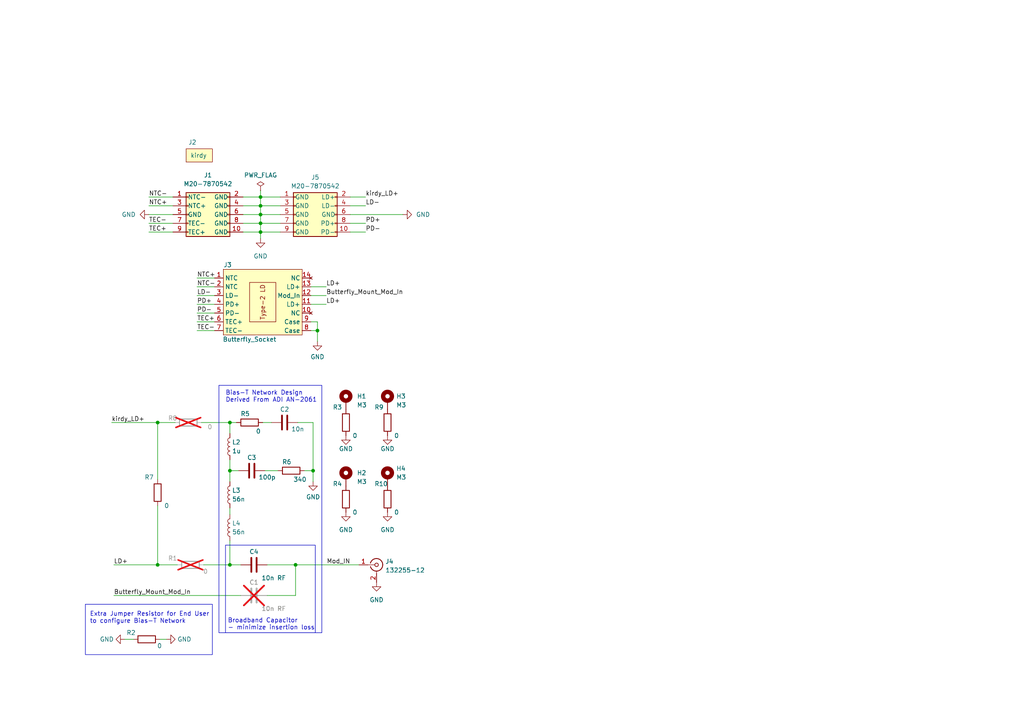
<source format=kicad_sch>
(kicad_sch (version 20230121) (generator eeschema)
  (paper "A4")
  (title_block (title "kirdy_adapter_type_2_LD") (date "2023-11-14") (rev "rev0_1") (company "M-Labs Limited"))
  (lib_symbols
    (symbol "Connector:Conn_Coaxial" (pin_names (offset 1.016) hide)
      (property "Reference" "J" (at 0.254 3.048 0))
      (property "Value" "Conn_Coaxial" (at 2.921 0 90))
      (symbol "Conn_Coaxial_0_1"
        (arc (start -1.778 -0.508) (mid 0.2311 -1.8066) (end 1.778 0) (stroke (width 0.254)))
        (polyline (pts (xy -2.54 0) (xy -0.508 0)))
        (polyline (pts (xy 0 -2.54) (xy 0 -1.778)))
        (circle (center 0 0) (radius 0.508) (stroke (width 0.2032)))
        (arc (start 1.778 0) (mid 0.2099 1.8101) (end -1.778 0.508) (stroke (width 0.254)))
      )
      (symbol "Conn_Coaxial_1_1"
        (pin passive line (at -5.08 0 0) (length 2.54) (name "In") (number "1"))
        (pin passive line (at 0 -5.08 90) (length 2.54) (name "Ext") (number "2"))
      )
    )
    (symbol "Device:C" (pin_numbers hide) (pin_names (offset 0.254))
      (property "Reference" "C" (at 0.635 2.54 0))
      (property "Value" "C" (at 0.635 -2.54 0))
      (symbol "C_0_1"
        (polyline (pts (xy -2.032 -0.762) (xy 2.032 -0.762)) (stroke (width 0.508)))
        (polyline (pts (xy -2.032 0.762) (xy 2.032 0.762)) (stroke (width 0.508)))
      )
      (symbol "C_1_1"
        (pin passive line (at 0 3.81 270) (length 2.794) (name "~") (number "1"))
        (pin passive line (at 0 -3.81 90) (length 2.794) (name "~") (number "2"))
      )
    )
    (symbol "Device:L" (pin_numbers hide) (pin_names (offset 1.016) hide)
      (property "Reference" "L" (at -1.27 0 90))
      (property "Value" "L" (at 1.905 0 90))
      (symbol "L_0_1"
        (arc (start 0 -2.54) (mid 0.6323 -1.905) (end 0 -1.27))
        (arc (start 0 -1.27) (mid 0.6323 -0.635) (end 0 0))
        (arc (start 0 0) (mid 0.6323 0.635) (end 0 1.27))
        (arc (start 0 1.27) (mid 0.6323 1.905) (end 0 2.54))
      )
      (symbol "L_1_1"
        (pin passive line (at 0 3.81 270) (length 1.27) (name "1") (number "1"))
        (pin passive line (at 0 -3.81 90) (length 1.27) (name "2") (number "2"))
      )
    )
    (symbol "Device:R" (pin_numbers hide) (pin_names (offset 0))
      (property "Reference" "R" (at 2.032 0 90))
      (property "Value" "R" (at 0 0 90))
      (symbol "R_0_1"
        (rectangle (start -1.016 -2.54) (end 1.016 2.54) (stroke (width 0.254)))
      )
      (symbol "R_1_1"
        (pin passive line (at 0 3.81 270) (length 1.27) (name "~") (number "1"))
        (pin passive line (at 0 -3.81 90) (length 1.27) (name "~") (number "2"))
      )
    )
    (symbol "Mechanical:MountingHole_Pad" (pin_numbers hide) (pin_names (offset 1.016) hide)
      (property "Reference" "H" (at 0 6.35 0))
      (property "Value" "MountingHole_Pad" (at 0 4.445 0))
      (symbol "MountingHole_Pad_0_1"
        (circle (center 0 1.27) (radius 1.27) (stroke (width 1.27)))
      )
      (symbol "MountingHole_Pad_1_1"
        (pin input line (at 0 -2.54 90) (length 2.54) (name "1") (number "1"))
      )
    )
    (symbol "kirdy_adapter:butterfly_socket_type_2"
      (property "Reference" "J" (at 1.27 1.27 0))
      (property "Value" "Butterfly_Socket" (at 7.62 -20.32 0))
      (symbol "butterfly_socket_type_2_1_1"
        (rectangle (start 0 0) (end 22.86 -19.05) (fill (type background)))
        (rectangle (start 7.62 -3.81) (end 15.24 -15.24))
        (text "Type-2 LD" (at 11.43 -9.525 900) (effects (font (size 1.27 1.27))))
        (pin input line (at -2.54 -2.54 0) (length 2.54) (name "NTC") (number "1"))
        (pin no_connect line (at 25.4 -12.7 180) (length 2.54) (name "NC") (number "10"))
        (pin passive line (at 25.4 -10.16 180) (length 2.54) (name "LD+") (number "11"))
        (pin passive line (at 25.4 -7.62 180) (length 2.54) (name "Mod_In") (number "12"))
        (pin passive line (at 25.4 -5.08 180) (length 2.54) (name "LD+") (number "13"))
        (pin no_connect line (at 25.4 -2.54 180) (length 2.54) (name "NC") (number "14"))
        (pin input line (at -2.54 -5.08 0) (length 2.54) (name "NTC") (number "2"))
        (pin input line (at -2.54 -7.62 0) (length 2.54) (name "LD-") (number "3"))
        (pin input line (at -2.54 -10.16 0) (length 2.54) (name "PD+") (number "4"))
        (pin input line (at -2.54 -12.7 0) (length 2.54) (name "PD-") (number "5"))
        (pin passive line (at -2.54 -15.24 0) (length 2.54) (name "TEC+") (number "6"))
        (pin passive line (at -2.54 -17.78 0) (length 2.54) (name "TEC-") (number "7"))
        (pin passive line (at 25.4 -17.78 180) (length 2.54) (name "Case") (number "8"))
        (pin passive line (at 25.4 -15.24 180) (length 2.54) (name "Case") (number "9"))
      )
    )
    (symbol "kirdy_adapter:kirdy_3d_model"
      (property "Reference" "J" (at 1.27 1.27 0))
      (property "Value" "kirdy" (at 3.81 -1.905 0))
      (symbol "kirdy_3d_model_1_1"
        (rectangle (start 0 0) (end 7.62 -3.81) (fill (type background)))
      )
    )
    (symbol "kirdy_adapter:kirdy_socket_1"
      (property "Reference" "J" (at 5.08 2.54 0))
      (property "Value" "BG120-10-A-0-N-D" (at 10.16 -12.7 0))
      (symbol "kirdy_socket_1_1_1"
        (rectangle (start 3.81 -10.033) (end 4.445 -10.287) (stroke (width 0.1524)))
        (rectangle (start 3.81 -7.493) (end 4.445 -7.747) (stroke (width 0.1524)))
        (rectangle (start 3.81 -4.953) (end 4.445 -5.207) (stroke (width 0.1524)))
        (rectangle (start 3.81 -2.413) (end 4.445 -2.667) (stroke (width 0.1524)))
        (rectangle (start 3.81 0.127) (end 4.445 -0.127) (stroke (width 0.1524)))
        (rectangle (start 3.81 1.27) (end 16.51 -11.43) (stroke (width 0.254)) (fill (type background)))
        (rectangle (start 15.875 -10.033) (end 16.51 -10.287) (stroke (width 0.1524)))
        (rectangle (start 15.875 -7.493) (end 16.51 -7.747) (stroke (width 0.1524)))
        (rectangle (start 15.875 -4.953) (end 16.51 -5.207) (stroke (width 0.1524)))
        (rectangle (start 15.875 -2.413) (end 16.51 -2.667) (stroke (width 0.1524)))
        (rectangle (start 15.875 0.127) (end 16.51 -0.127) (stroke (width 0.1524)))
        (pin passive line (at 0 0 0) (length 3.81) (name "NTC-") (number "1"))
        (pin passive line (at 20.32 -10.16 180) (length 3.81) (name "GND") (number "10"))
        (pin passive line (at 20.32 0 180) (length 3.81) (name "GND") (number "2"))
        (pin passive line (at 0 -2.54 0) (length 3.81) (name "NTC+") (number "3"))
        (pin passive line (at 20.32 -2.54 180) (length 3.81) (name "GND") (number "4"))
        (pin passive line (at 0 -5.08 0) (length 3.81) (name "GND") (number "5"))
        (pin passive line (at 20.32 -5.08 180) (length 3.81) (name "GND") (number "6"))
        (pin passive line (at 0 -7.62 0) (length 3.81) (name "TEC-") (number "7"))
        (pin passive line (at 20.32 -7.62 180) (length 3.81) (name "GND") (number "8"))
        (pin passive line (at 0 -10.16 0) (length 3.81) (name "TEC+") (number "9"))
      )
    )
    (symbol "kirdy_adapter:kirdy_socket_2"
      (property "Reference" "J" (at 5.08 2.54 0))
      (property "Value" "BG120-10-A-0-N-D" (at 10.16 -12.7 0))
      (symbol "kirdy_socket_2_1_1"
        (rectangle (start 3.81 -10.033) (end 4.445 -10.287) (stroke (width 0.1524)))
        (rectangle (start 3.81 -7.493) (end 4.445 -7.747) (stroke (width 0.1524)))
        (rectangle (start 3.81 -4.953) (end 4.445 -5.207) (stroke (width 0.1524)))
        (rectangle (start 3.81 -2.413) (end 4.445 -2.667) (stroke (width 0.1524)))
        (rectangle (start 3.81 0.127) (end 4.445 -0.127) (stroke (width 0.1524)))
        (rectangle (start 3.81 1.27) (end 16.51 -11.43) (stroke (width 0.254)) (fill (type background)))
        (rectangle (start 15.875 -10.033) (end 16.51 -10.287) (stroke (width 0.1524)))
        (rectangle (start 15.875 -7.493) (end 16.51 -7.747) (stroke (width 0.1524)))
        (rectangle (start 15.875 -4.953) (end 16.51 -5.207) (stroke (width 0.1524)))
        (rectangle (start 15.875 -2.413) (end 16.51 -2.667) (stroke (width 0.1524)))
        (rectangle (start 15.875 0.127) (end 16.51 -0.127) (stroke (width 0.1524)))
        (pin passive line (at 0 0 0) (length 3.81) (name "GND") (number "1"))
        (pin passive line (at 20.32 -10.16 180) (length 3.81) (name "PD-") (number "10"))
        (pin passive line (at 20.32 0 180) (length 3.81) (name "LD+") (number "2"))
        (pin passive line (at 0 -2.54 0) (length 3.81) (name "GND") (number "3"))
        (pin passive line (at 20.32 -2.54 180) (length 3.81) (name "LD-") (number "4"))
        (pin passive line (at 0 -5.08 0) (length 3.81) (name "GND") (number "5"))
        (pin passive line (at 20.32 -5.08 180) (length 3.81) (name "GND") (number "6"))
        (pin passive line (at 0 -7.62 0) (length 3.81) (name "GND") (number "7"))
        (pin passive line (at 20.32 -7.62 180) (length 3.81) (name "PD+") (number "8"))
        (pin passive line (at 0 -10.16 0) (length 3.81) (name "GND") (number "9"))
      )
    )
    (symbol "power:GND" (power) (pin_names (offset 0))
      (property "Value" "GND" (at 0 -3.81 0))
      (symbol "GND_0_1"
        (polyline (pts (xy 0 0) (xy 0 -1.27) (xy 1.27 -1.27) (xy 0 -2.54) (xy -1.27 -1.27) (xy 0 -1.27)))
      )
      (symbol "GND_1_1"
        (pin power_in line (at 0 0 270) (length 0) hide (name "GND") (number "1"))
      )
    )
    (symbol "power:PWR_FLAG" (power) (pin_numbers hide) (pin_names (offset 0) hide)
      (property "Value" "PWR_FLAG" (at 0 3.81 0))
      (symbol "PWR_FLAG_0_0"
        (pin power_out line (at 0 0 90) (length 0) (name "pwr") (number "1"))
      )
      (symbol "PWR_FLAG_0_1"
        (polyline (pts (xy 0 0) (xy 0 1.27) (xy -1.016 1.905) (xy 0 2.54) (xy 1.016 1.905) (xy 0 1.27)))
      )
    )
  )
  (junction (at 45.72 163.83))
  (junction (at 75.565 59.69))
  (junction (at 75.565 62.23))
  (junction (at 66.675 122.555))
  (junction (at 85.725 163.83))
  (junction (at 66.675 163.83))
  (junction (at 66.675 136.525))
  (junction (at 75.565 57.15))
  (junction (at 45.72 122.555))
  (junction (at 75.565 67.31))
  (junction (at 75.565 64.77))
  (junction (at 90.805 136.525))
  (junction (at 92.075 95.885))
  (wire (pts (xy 57.15 90.805) (xy 62.23 90.805)))
  (wire (pts (xy 45.72 163.83) (xy 51.435 163.83)))
  (wire (pts (xy 57.15 95.885) (xy 62.23 95.885)))
  (wire (pts (xy 75.565 67.31) (xy 81.28 67.31)))
  (wire (pts (xy 66.675 136.525) (xy 66.675 139.7)))
  (wire (pts (xy 75.565 67.31) (xy 70.485 67.31)))
  (wire (pts (xy 75.565 59.69) (xy 75.565 62.23)))
  (wire (pts (xy 66.675 147.32) (xy 66.675 149.225)))
  (wire (pts (xy 92.075 95.885) (xy 92.075 99.06)))
  (wire (pts (xy 33.02 172.72) (xy 69.85 172.72)))
  (wire (pts (xy 43.18 59.69) (xy 50.165 59.69)))
  (wire (pts (xy 75.565 62.23) (xy 75.565 64.77)))
  (wire (pts (xy 57.15 85.725) (xy 62.23 85.725)))
  (wire (pts (xy 86.36 122.555) (xy 90.805 122.555)))
  (wire (pts (xy 94.615 88.265) (xy 90.17 88.265)))
  (wire (pts (xy 106.045 57.15) (xy 101.6 57.15)))
  (wire (pts (xy 92.075 93.345) (xy 90.17 93.345)))
  (wire (pts (xy 66.675 156.845) (xy 66.675 163.83)))
  (wire (pts (xy 45.72 122.555) (xy 50.8 122.555)))
  (wire (pts (xy 48.26 185.42) (xy 46.355 185.42)))
  (wire (pts (xy 57.15 80.645) (xy 62.23 80.645)))
  (wire (pts (xy 77.47 163.83) (xy 85.725 163.83)))
  (wire (pts (xy 66.675 163.83) (xy 69.85 163.83)))
  (wire (pts (xy 85.725 172.72) (xy 85.725 163.83)))
  (wire (pts (xy 45.72 139.065) (xy 45.72 122.555)))
  (wire (pts (xy 94.615 83.185) (xy 90.17 83.185)))
  (wire (pts (xy 76.2 122.555) (xy 78.74 122.555)))
  (wire (pts (xy 75.565 59.69) (xy 81.28 59.69)))
  (wire (pts (xy 75.565 57.15) (xy 81.28 57.15)))
  (wire (pts (xy 116.84 62.23) (xy 101.6 62.23)))
  (wire (pts (xy 75.565 57.15) (xy 75.565 59.69)))
  (wire (pts (xy 75.565 69.215) (xy 75.565 67.31)))
  (wire (pts (xy 92.075 93.345) (xy 92.075 95.885)))
  (wire (pts (xy 106.045 64.77) (xy 101.6 64.77)))
  (wire (pts (xy 88.265 136.525) (xy 90.805 136.525)))
  (wire (pts (xy 75.565 55.245) (xy 75.565 57.15)))
  (wire (pts (xy 70.485 62.23) (xy 75.565 62.23)))
  (wire (pts (xy 57.15 83.185) (xy 62.23 83.185)))
  (wire (pts (xy 85.725 163.83) (xy 104.14 163.83)))
  (wire (pts (xy 106.045 67.31) (xy 101.6 67.31)))
  (wire (pts (xy 36.195 185.42) (xy 38.735 185.42)))
  (wire (pts (xy 69.215 136.525) (xy 66.675 136.525)))
  (wire (pts (xy 43.18 64.77) (xy 50.165 64.77)))
  (wire (pts (xy 94.615 85.725) (xy 90.17 85.725)))
  (wire (pts (xy 32.385 122.555) (xy 45.72 122.555)))
  (wire (pts (xy 43.18 62.23) (xy 50.165 62.23)))
  (wire (pts (xy 106.045 59.69) (xy 101.6 59.69)))
  (wire (pts (xy 45.72 146.685) (xy 45.72 163.83)))
  (wire (pts (xy 90.805 136.525) (xy 90.805 139.7)))
  (wire (pts (xy 70.485 57.15) (xy 75.565 57.15)))
  (wire (pts (xy 77.47 172.72) (xy 85.725 172.72)))
  (wire (pts (xy 58.42 122.555) (xy 66.675 122.555)))
  (wire (pts (xy 92.075 95.885) (xy 90.17 95.885)))
  (wire (pts (xy 90.805 122.555) (xy 90.805 136.525)))
  (wire (pts (xy 76.835 136.525) (xy 80.645 136.525)))
  (wire (pts (xy 59.055 163.83) (xy 66.675 163.83)))
  (wire (pts (xy 50.165 57.15) (xy 43.18 57.15)))
  (wire (pts (xy 57.15 93.345) (xy 62.23 93.345)))
  (wire (pts (xy 70.485 64.77) (xy 75.565 64.77)))
  (wire (pts (xy 57.15 88.265) (xy 62.23 88.265)))
  (wire (pts (xy 66.675 122.555) (xy 68.58 122.555)))
  (wire (pts (xy 43.18 67.31) (xy 50.165 67.31)))
  (wire (pts (xy 75.565 64.77) (xy 81.28 64.77)))
  (wire (pts (xy 66.675 122.555) (xy 66.675 125.73)))
  (wire (pts (xy 33.02 163.83) (xy 45.72 163.83)))
  (wire (pts (xy 75.565 62.23) (xy 81.28 62.23)))
  (wire (pts (xy 66.675 133.35) (xy 66.675 136.525)))
  (wire (pts (xy 70.485 59.69) (xy 75.565 59.69)))
  (wire (pts (xy 75.565 64.77) (xy 75.565 67.31)))
  (rectangle (start 65.405 158.115) (end 91.44 183.515))
  (rectangle (start 63.5 111.76) (end 93.345 183.515))
  (rectangle (start 24.765 175.26) (end 61.595 189.865))
  (text "Bias-T Network Design\nDerived From ADI AN-2061" (at 65.405 116.84 0) (effects (font (size 1.27 1.27)) (justify left bottom)))
  (text "Broadband Capacitor\n- minimize insertion loss" (at 66.04 182.88 0) (effects (font (size 1.27 1.27)) (justify left bottom)))
  (text "Extra Jumper Resistor for End User\nto configure Bias-T Network" (at 26.035 180.975 0) (effects (font (size 1.27 1.27)) (justify left bottom)))
  (label "LD-" (at 57.15 85.725 0))
  (label "TEC+" (at 43.18 67.31 0))
  (label "PD+" (at 106.045 64.77 0))
  (label "PD+" (at 57.15 88.265 0))
  (label "LD+" (at 94.615 88.265 0))
  (label "TEC-" (at 43.18 64.77 0))
  (label "kirdy_LD+" (at 32.385 122.555 0))
  (label "TEC+" (at 57.15 93.345 0))
  (label "Butterfly_Mount_Mod_In" (at 94.615 85.725 0))
  (label "Butterfly_Mount_Mod_In" (at 33.02 172.72 0))
  (label "LD+" (at 94.615 83.185 0))
  (label "NTC+" (at 43.18 59.69 0))
  (label "NTC-" (at 57.15 83.185 0))
  (label "Mod_IN" (at 101.6 163.83 180))
  (label "PD-" (at 106.045 67.31 0))
  (label "kirdy_LD+" (at 106.045 57.15 0))
  (label "NTC-" (at 43.18 57.15 0))
  (label "LD+" (at 33.02 163.83 0))
  (label "TEC-" (at 57.15 95.885 0))
  (label "PD-" (at 57.15 90.805 0))
  (label "LD-" (at 106.045 59.69 0))
  (label "NTC+" (at 57.15 80.645 0))
  (symbol (lib_id "Device:C") (at 73.66 172.72 90) (unit 1) (dnp yes)
    (property "Reference" "C1" (at 73.66 168.91 90))
    (property "Value" "10n RF" (at 79.375 176.53 90))
    (property "Footprint" "Capacitor_SMD:C_0402_1005Metric" (effects hide))
    (property "MFR_PN" "560L104YTRB" (effects hide))
  )
  (symbol (lib_id "power:GND") (at 100.33 126.365 0) (unit 1)
    (property "Reference" "#PWR09" (effects hide))
    (property "Value" "GND" (at 100.33 130.175 0))
  )
  (symbol (lib_id "Device:R") (at 100.33 144.78 0) (unit 1)
    (property "Reference" "R4" (at 96.52 140.335 0) (effects (justify left)))
    (property "Value" "0" (at 102.235 148.59 0) (effects (justify left)))
    (property "Footprint" "Resistor_SMD:R_0805_2012Metric" (effects hide))
    (property "MFR_PN" "RCA08050000ZSEA" (effects hide))
  )
  (symbol (lib_id "power:GND") (at 92.075 99.06 0) (unit 1)
    (property "Reference" "#PWR04" (effects hide))
    (property "Value" "GND" (at 92.075 103.505 0))
  )
  (symbol (lib_id "kirdy_adapter:butterfly_socket_type_2") (at 64.77 78.105 0) (unit 1)
    (property "Reference" "J3" (at 66.04 76.835 0))
    (property "Value" "Butterfly_Socket" (at 72.39 98.425 0))
    (property "Footprint" "laserSocket:Butterfly_Socket" (effects hide))
    (property "Datasheet" "https://m.tb.cn/h.5QDXYK1?tk=wr4mW3e8DlQ" (effects hide))
    (property "MFR_PN" "https://m.tb.cn/h.5QDXYK1?tk=wr4mW3e8DlQ" (effects hide))
    (property "Comment" "Open on Mobile Version of Taobao. Communuicate with the vendor for customized part. if needed" (effects hide))
  )
  (symbol (lib_id "Device:R") (at 100.33 122.555 0) (unit 1)
    (property "Reference" "R3" (at 96.52 118.11 0) (effects (justify left)))
    (property "Value" "0" (at 102.235 126.365 0) (effects (justify left)))
    (property "Footprint" "Resistor_SMD:R_0805_2012Metric" (effects hide))
    (property "MFR_PN" "RCA08050000ZSEA" (effects hide))
  )
  (symbol (lib_id "power:GND") (at 112.395 126.365 0) (unit 1)
    (property "Reference" "#PWR011" (effects hide))
    (property "Value" "GND" (at 112.395 130.175 0))
  )
  (symbol (lib_id "kirdy_adapter:kirdy_3d_model") (at 53.975 43.18 0) (unit 1)
    (property "Reference" "J2" (at 54.61 41.275 0) (effects (justify left)))
    (property "Value" "kirdy" (at 55.245 45.085 0) (effects (justify left)))
    (property "Footprint" "laserSocket:kirdy_socket" (effects hide))
    (property "MFR_PN" "kirdy" (effects hide))
  )
  (symbol (lib_id "Device:R") (at 54.61 122.555 90) (unit 1) (dnp yes)
    (property "Reference" "R8" (at 51.435 121.285 90) (effects (justify left)))
    (property "Value" "0" (at 61.595 123.825 90) (effects (justify left)))
    (property "Footprint" "Resistor_SMD:R_0805_2012Metric" (effects hide))
    (property "MFR_PN" "RCA08050000ZSEA" (effects hide))
  )
  (symbol (lib_id "Mechanical:MountingHole_Pad") (at 112.395 138.43 0) (unit 1)
    (property "Reference" "H4" (at 114.935 135.89 0) (effects (justify left)))
    (property "Value" "M3" (at 114.935 138.43 0) (effects (justify left)))
    (property "Footprint" "laserSocket:78614110360_Receptacle" (effects hide))
  )
  (symbol (lib_id "kirdy_adapter:kirdy_socket_1") (at 50.165 57.15 0) (unit 1)
    (property "Reference" "J1" (at 60.325 50.8 0))
    (property "Value" "M20-7870542" (at 60.325 53.34 0))
    (property "Footprint" "laserSocket:M20-7870542" (effects hide))
    (property "MFR_PN" "M20-7870542" (effects hide))
  )
  (symbol (lib_id "Device:C") (at 82.55 122.555 90) (unit 1)
    (property "Reference" "C2" (at 82.55 118.745 90))
    (property "Value" "10n" (at 86.36 124.46 90))
    (property "Footprint" "Capacitor_SMD:C_0402_1005Metric" (effects hide))
    (property "MFR_PN" "C1005X7S2A103K050BB" (effects hide))
  )
  (symbol (lib_id "Mechanical:MountingHole_Pad") (at 100.33 116.205 0) (unit 1)
    (property "Reference" "H1" (at 103.505 114.935 0) (effects (justify left)))
    (property "Value" "M3" (at 103.505 117.475 0) (effects (justify left)))
    (property "Footprint" "laserSocket:78614110360_Receptacle" (effects hide))
  )
  (symbol (lib_id "Mechanical:MountingHole_Pad") (at 112.395 116.205 0) (unit 1)
    (property "Reference" "H3" (at 114.935 114.935 0) (effects (justify left)))
    (property "Value" "M3" (at 114.935 117.475 0) (effects (justify left)))
    (property "Footprint" "laserSocket:78614110360_Receptacle" (effects hide))
  )
  (symbol (lib_id "Device:R") (at 112.395 144.78 0) (unit 1)
    (property "Reference" "R10" (at 108.585 140.335 0) (effects (justify left)))
    (property "Value" "0" (at 114.3 148.59 0) (effects (justify left)))
    (property "Footprint" "Resistor_SMD:R_0805_2012Metric" (effects hide))
    (property "MFR_PN" "RCA08050000ZSEA" (effects hide))
  )
  (symbol (lib_id "power:GND") (at 116.84 62.23 90) (unit 1)
    (property "Reference" "#PWR05" (effects hide))
    (property "Value" "GND" (at 120.65 62.23 90) (effects (justify right)))
  )
  (symbol (lib_id "Device:L") (at 66.675 143.51 180) (unit 1)
    (property "Reference" "L3" (at 67.31 142.24 0) (effects (justify right)))
    (property "Value" "56n" (at 67.31 144.78 0) (effects (justify right)))
    (property "Footprint" "Inductor_SMD:L_0402_1005Metric" (effects hide))
    (property "MFR_PN" "0402DF-560XJRW" (effects hide))
  )
  (symbol (lib_id "Mechanical:MountingHole_Pad") (at 100.33 138.43 0) (unit 1)
    (property "Reference" "H2" (at 103.505 137.16 0) (effects (justify left)))
    (property "Value" "M3" (at 103.505 139.7 0) (effects (justify left)))
    (property "Footprint" "laserSocket:78614110360_Receptacle" (effects hide))
  )
  (symbol (lib_id "Device:L") (at 66.675 153.035 180) (unit 1)
    (property "Reference" "L4" (at 67.31 151.765 0) (effects (justify right)))
    (property "Value" "56n" (at 67.31 154.305 0) (effects (justify right)))
    (property "Footprint" "Inductor_SMD:L_0402_1005Metric" (effects hide))
    (property "MFR_PN" "0402DF-560XJRW" (effects hide))
  )
  (symbol (lib_id "power:GND") (at 36.195 185.42 270) (unit 1)
    (property "Reference" "#PWR07" (effects hide))
    (property "Value" "GND" (at 33.02 185.42 90) (effects (justify right)))
  )
  (symbol (lib_id "kirdy_adapter:kirdy_socket_2") (at 81.28 57.15 0) (unit 1)
    (property "Reference" "J5" (at 91.44 51.435 0))
    (property "Value" "M20-7870542" (at 91.44 53.975 0))
    (property "Footprint" "laserSocket:M20-7870542" (effects hide))
    (property "MFR_PN" "M20-7870542" (effects hide))
  )
  (symbol (lib_id "Device:R") (at 84.455 136.525 90) (unit 1)
    (property "Reference" "R6" (at 83.185 133.985 90))
    (property "Value" "340" (at 86.995 139.065 90))
    (property "Footprint" "Resistor_SMD:R_0402_1005Metric" (effects hide))
    (property "MFR_PN" "ERA-2AEB3400X " (effects hide))
  )
  (symbol (lib_id "power:GND") (at 75.565 69.215 0) (unit 1)
    (property "Reference" "#PWR03" (effects hide))
    (property "Value" "GND" (at 75.565 74.295 0))
  )
  (symbol (lib_id "Device:R") (at 72.39 122.555 90) (unit 1)
    (property "Reference" "R5" (at 71.12 120.015 90))
    (property "Value" "0" (at 74.93 125.095 90))
    (property "Footprint" "Resistor_SMD:R_0402_1005Metric" (effects hide))
    (property "MFR_PN" "ERJ-2GE0R00X " (effects hide))
  )
  (symbol (lib_id "Device:C") (at 73.025 136.525 90) (unit 1)
    (property "Reference" "C3" (at 73.025 132.715 90))
    (property "Value" "100p" (at 77.47 138.43 90))
    (property "Footprint" "Capacitor_SMD:C_0402_1005Metric" (effects hide))
    (property "MFR_PN" "CC0402JRNPO9BN101" (effects hide))
  )
  (symbol (lib_id "power:GND") (at 109.22 168.91 0) (unit 1)
    (property "Reference" "#PWR02" (effects hide))
    (property "Value" "GND" (at 109.22 173.99 0))
  )
  (symbol (lib_id "power:GND") (at 90.805 139.7 0) (unit 1)
    (property "Reference" "#PWR06" (effects hide))
    (property "Value" "GND" (at 90.805 144.145 0))
  )
  (symbol (lib_id "Device:R") (at 55.245 163.83 90) (unit 1) (dnp yes)
    (property "Reference" "R1" (at 51.435 161.925 90) (effects (justify left)))
    (property "Value" "0" (at 60.325 165.735 90) (effects (justify left)))
    (property "Footprint" "Resistor_SMD:R_0805_2012Metric" (effects hide))
    (property "MFR_PN" "RCA08050000ZSEA" (effects hide))
  )
  (symbol (lib_id "power:GND") (at 43.18 62.23 270) (unit 1)
    (property "Reference" "#PWR01" (effects hide))
    (property "Value" "GND" (at 39.37 62.23 90) (effects (justify right)))
  )
  (symbol (lib_id "Device:R") (at 45.72 142.875 0) (unit 1)
    (property "Reference" "R7" (at 41.91 138.43 0) (effects (justify left)))
    (property "Value" "0" (at 47.625 146.685 0) (effects (justify left)))
    (property "Footprint" "Resistor_SMD:R_0805_2012Metric" (effects hide))
    (property "MFR_PN" "RCA08050000ZSEA" (effects hide))
  )
  (symbol (lib_id "Device:L") (at 66.675 129.54 180) (unit 1)
    (property "Reference" "L2" (at 67.31 128.27 0) (effects (justify right)))
    (property "Value" "1u" (at 67.31 130.81 0) (effects (justify right)))
    (property "Footprint" "Inductor_SMD:L_0805_2012Metric" (effects hide))
    (property "MFR_PN" "0805LS-102XJRC" (effects hide))
  )
  (symbol (lib_id "power:GND") (at 100.33 148.59 0) (unit 1)
    (property "Reference" "#PWR010" (effects hide))
    (property "Value" "GND" (at 100.33 153.67 0))
  )
  (symbol (lib_id "Device:C") (at 73.66 163.83 90) (unit 1)
    (property "Reference" "C4" (at 73.66 160.02 90))
    (property "Value" "10n RF" (at 79.375 167.64 90))
    (property "Footprint" "Capacitor_SMD:C_0402_1005Metric" (effects hide))
    (property "MFR_PN" "520L103KT16T" (effects hide))
  )
  (symbol (lib_id "Device:R") (at 42.545 185.42 90) (unit 1)
    (property "Reference" "R2" (at 39.37 183.515 90) (effects (justify left)))
    (property "Value" "0" (at 46.99 187.325 90) (effects (justify left)))
    (property "Footprint" "Resistor_SMD:R_0805_2012Metric" (effects hide))
    (property "MFR_PN" "RCA08050000ZSEA" (effects hide))
  )
  (symbol (lib_id "power:GND") (at 48.26 185.42 90) (unit 1)
    (property "Reference" "#PWR08" (effects hide))
    (property "Value" "GND" (at 51.435 185.42 90) (effects (justify right)))
  )
  (symbol (lib_id "power:PWR_FLAG") (at 75.565 55.245 0) (unit 1)
    (property "Reference" "#FLG01" (effects hide))
    (property "Value" "PWR_FLAG" (at 75.565 50.8 0))
  )
  (symbol (lib_id "power:GND") (at 112.395 148.59 0) (unit 1)
    (property "Reference" "#PWR012" (effects hide))
    (property "Value" "GND" (at 112.395 153.67 0))
  )
  (symbol (lib_id "Connector:Conn_Coaxial") (at 109.22 163.83 0) (unit 1)
    (property "Reference" "J4" (at 111.76 162.8531 0) (effects (justify left)))
    (property "Value" "132255-12" (at 111.76 165.3931 0) (effects (justify left)))
    (property "Footprint" "Connector_Coaxial:SMA_Amphenol_132289_EdgeMount" (effects hide))
    (property "Datasheet" " ~" (effects hide))
    (property "MFR_PN" "132255-12" (effects hide))
  )
  (symbol (lib_id "Device:R") (at 112.395 122.555 0) (unit 1)
    (property "Reference" "R9" (at 108.585 118.11 0) (effects (justify left)))
    (property "Value" "0" (at 114.3 126.365 0) (effects (justify left)))
    (property "Footprint" "Resistor_SMD:R_0805_2012Metric" (effects hide))
    (property "MFR_PN" "RCA08050000ZSEA" (effects hide))
  )
)
</source>
